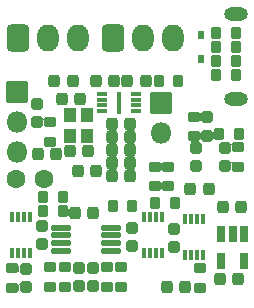
<source format=gbs>
G04 #@! TF.GenerationSoftware,KiCad,Pcbnew,(6.0.7)*
G04 #@! TF.CreationDate,2022-10-27T11:55:22+02:00*
G04 #@! TF.ProjectId,soilMoistureSensor,736f696c-4d6f-4697-9374-75726553656e,rev?*
G04 #@! TF.SameCoordinates,Original*
G04 #@! TF.FileFunction,Soldermask,Bot*
G04 #@! TF.FilePolarity,Negative*
%FSLAX46Y46*%
G04 Gerber Fmt 4.6, Leading zero omitted, Abs format (unit mm)*
G04 Created by KiCad (PCBNEW (6.0.7)) date 2022-10-27 11:55:22*
%MOMM*%
%LPD*%
G01*
G04 APERTURE LIST*
G04 Aperture macros list*
%AMRoundRect*
0 Rectangle with rounded corners*
0 $1 Rounding radius*
0 $2 $3 $4 $5 $6 $7 $8 $9 X,Y pos of 4 corners*
0 Add a 4 corners polygon primitive as box body*
4,1,4,$2,$3,$4,$5,$6,$7,$8,$9,$2,$3,0*
0 Add four circle primitives for the rounded corners*
1,1,$1+$1,$2,$3*
1,1,$1+$1,$4,$5*
1,1,$1+$1,$6,$7*
1,1,$1+$1,$8,$9*
0 Add four rect primitives between the rounded corners*
20,1,$1+$1,$2,$3,$4,$5,0*
20,1,$1+$1,$4,$5,$6,$7,0*
20,1,$1+$1,$6,$7,$8,$9,0*
20,1,$1+$1,$8,$9,$2,$3,0*%
G04 Aperture macros list end*
%ADD10O,2.000000X1.150000*%
%ADD11RoundRect,0.050000X-0.850000X-0.850000X0.850000X-0.850000X0.850000X0.850000X-0.850000X0.850000X0*%
%ADD12O,1.800000X1.800000*%
%ADD13RoundRect,0.275000X0.225000X0.250000X-0.225000X0.250000X-0.225000X-0.250000X0.225000X-0.250000X0*%
%ADD14RoundRect,0.275000X-0.225000X-0.250000X0.225000X-0.250000X0.225000X0.250000X-0.225000X0.250000X0*%
%ADD15RoundRect,0.250000X-0.275000X0.200000X-0.275000X-0.200000X0.275000X-0.200000X0.275000X0.200000X0*%
%ADD16RoundRect,0.250000X-0.200000X-0.275000X0.200000X-0.275000X0.200000X0.275000X-0.200000X0.275000X0*%
%ADD17RoundRect,0.275000X0.250000X-0.225000X0.250000X0.225000X-0.250000X0.225000X-0.250000X-0.225000X0*%
%ADD18RoundRect,0.250000X0.200000X0.275000X-0.200000X0.275000X-0.200000X-0.275000X0.200000X-0.275000X0*%
%ADD19RoundRect,0.275000X-0.250000X0.225000X-0.250000X-0.225000X0.250000X-0.225000X0.250000X0.225000X0*%
%ADD20RoundRect,0.250000X0.275000X-0.200000X0.275000X0.200000X-0.275000X0.200000X-0.275000X-0.200000X0*%
%ADD21RoundRect,0.050000X0.375000X0.150000X-0.375000X0.150000X-0.375000X-0.150000X0.375000X-0.150000X0*%
%ADD22RoundRect,0.050000X0.150000X0.850000X-0.150000X0.850000X-0.150000X-0.850000X0.150000X-0.850000X0*%
%ADD23RoundRect,0.200000X-0.150000X0.512500X-0.150000X-0.512500X0.150000X-0.512500X0.150000X0.512500X0*%
%ADD24RoundRect,0.050000X-0.225000X0.300000X-0.225000X-0.300000X0.225000X-0.300000X0.225000X0.300000X0*%
%ADD25RoundRect,0.050000X0.850000X0.850000X-0.850000X0.850000X-0.850000X-0.850000X0.850000X-0.850000X0*%
%ADD26C,1.600000*%
%ADD27RoundRect,0.050000X-0.500000X0.575000X-0.500000X-0.575000X0.500000X-0.575000X0.500000X0.575000X0*%
%ADD28RoundRect,0.300000X-0.620000X-0.845000X0.620000X-0.845000X0.620000X0.845000X-0.620000X0.845000X0*%
%ADD29O,1.840000X2.290000*%
%ADD30RoundRect,0.050000X-0.150000X-0.400000X0.150000X-0.400000X0.150000X0.400000X-0.150000X0.400000X0*%
%ADD31RoundRect,0.150000X0.712500X0.100000X-0.712500X0.100000X-0.712500X-0.100000X0.712500X-0.100000X0*%
%ADD32RoundRect,0.268750X-0.218750X-0.256250X0.218750X-0.256250X0.218750X0.256250X-0.218750X0.256250X0*%
%ADD33RoundRect,0.050000X0.150000X0.400000X-0.150000X0.400000X-0.150000X-0.400000X0.150000X-0.400000X0*%
G04 APERTURE END LIST*
D10*
X235000000Y-46475000D03*
X235000000Y-39325000D03*
D11*
X216475000Y-45875000D03*
D12*
X216475000Y-48415000D03*
X216475000Y-50955000D03*
D13*
X226050000Y-51900000D03*
X224500000Y-51900000D03*
D14*
X233625000Y-61700000D03*
X235175000Y-61700000D03*
D15*
X228150000Y-52225000D03*
X228150000Y-53875000D03*
D16*
X233315000Y-43300000D03*
X234965000Y-43300000D03*
D17*
X226146428Y-58975000D03*
X226146428Y-57425000D03*
D18*
X235225000Y-49500000D03*
X233575000Y-49500000D03*
D19*
X218600000Y-57250000D03*
X218600000Y-58800000D03*
D16*
X228450000Y-45000000D03*
X230100000Y-45000000D03*
D17*
X218100000Y-48475000D03*
X218100000Y-46925000D03*
D13*
X226050000Y-48600000D03*
X224500000Y-48600000D03*
D20*
X220475000Y-62400000D03*
X220475000Y-60750000D03*
D21*
X226525000Y-46050000D03*
X226525000Y-46550000D03*
X226525000Y-47050000D03*
X226525000Y-47550000D03*
X223625000Y-47550000D03*
X223625000Y-47050000D03*
X223625000Y-46550000D03*
X223625000Y-46050000D03*
D22*
X225075000Y-46800000D03*
D17*
X231600000Y-52175000D03*
X231600000Y-50625000D03*
D20*
X235200000Y-52225000D03*
X235200000Y-50575000D03*
D13*
X226050000Y-53000000D03*
X224500000Y-53000000D03*
D17*
X232550000Y-49600000D03*
X232550000Y-48050000D03*
D23*
X233750000Y-57962500D03*
X234700000Y-57962500D03*
X235650000Y-57962500D03*
X235650000Y-60237500D03*
X233750000Y-60237500D03*
D14*
X220900000Y-50900000D03*
X222450000Y-50900000D03*
X221600000Y-52600000D03*
X223150000Y-52600000D03*
D24*
X232000000Y-41050000D03*
X232000000Y-43150000D03*
D20*
X216046428Y-62500000D03*
X216046428Y-60850000D03*
D25*
X228650000Y-46850000D03*
D12*
X228650000Y-49390000D03*
D13*
X221150000Y-45000000D03*
X219600000Y-45000000D03*
X230675000Y-62400000D03*
X229125000Y-62400000D03*
D16*
X233325000Y-44500000D03*
X234975000Y-44500000D03*
X218675000Y-54800000D03*
X220325000Y-54800000D03*
D26*
X216400000Y-53300000D03*
D15*
X219200000Y-48475000D03*
X219200000Y-50125000D03*
D20*
X225275000Y-62400000D03*
X225275000Y-60750000D03*
D14*
X218225000Y-51200000D03*
X219775000Y-51200000D03*
X221325000Y-56175000D03*
X222875000Y-56175000D03*
D18*
X226225000Y-55600000D03*
X224575000Y-55600000D03*
D20*
X231900000Y-62475000D03*
X231900000Y-60825000D03*
D15*
X224075000Y-60750000D03*
X224075000Y-62400000D03*
D17*
X222875000Y-62350000D03*
X222875000Y-60800000D03*
D27*
X222375000Y-47850000D03*
X222375000Y-49600000D03*
X220975000Y-49600000D03*
X220975000Y-47850000D03*
D14*
X223100000Y-45000000D03*
X224650000Y-45000000D03*
D18*
X229800000Y-55300000D03*
X228150000Y-55300000D03*
D15*
X229250000Y-52225000D03*
X229250000Y-53875000D03*
D13*
X226050000Y-50800000D03*
X224500000Y-50800000D03*
D19*
X234100000Y-50625000D03*
X234100000Y-52175000D03*
X221675000Y-60800000D03*
X221675000Y-62350000D03*
D15*
X231450000Y-48000000D03*
X231450000Y-49650000D03*
D13*
X221775000Y-46500000D03*
X220225000Y-46500000D03*
D20*
X219275000Y-62400000D03*
X219275000Y-60750000D03*
D17*
X217175000Y-62450000D03*
X217175000Y-60900000D03*
D28*
X224575000Y-41320000D03*
D29*
X227115000Y-41320000D03*
X229655000Y-41320000D03*
D30*
X230696428Y-56625000D03*
X231196428Y-56625000D03*
X231696428Y-56625000D03*
X232196428Y-56625000D03*
X232196428Y-59725000D03*
X231696428Y-59725000D03*
X231196428Y-59725000D03*
X230696428Y-59725000D03*
D31*
X224387500Y-57400000D03*
X224387500Y-58050000D03*
X224387500Y-58700000D03*
X224387500Y-59350000D03*
X220162500Y-59350000D03*
X220162500Y-58700000D03*
X220162500Y-58050000D03*
X220162500Y-57400000D03*
D13*
X226050000Y-49700000D03*
X224500000Y-49700000D03*
D32*
X231112500Y-54100000D03*
X232687500Y-54100000D03*
D33*
X217550000Y-59550000D03*
X217050000Y-59550000D03*
X216550000Y-59550000D03*
X216050000Y-59550000D03*
X216050000Y-56450000D03*
X216550000Y-56450000D03*
X217050000Y-56450000D03*
X217550000Y-56450000D03*
D16*
X218675000Y-56000000D03*
X220325000Y-56000000D03*
D13*
X227350000Y-45000000D03*
X225800000Y-45000000D03*
D28*
X216575000Y-41320000D03*
D29*
X219115000Y-41320000D03*
X221655000Y-41320000D03*
D17*
X229746428Y-59050000D03*
X229746428Y-57500000D03*
D18*
X234975000Y-42100000D03*
X233325000Y-42100000D03*
D30*
X227196428Y-56453572D03*
X227696428Y-56453572D03*
X228196428Y-56453572D03*
X228696428Y-56453572D03*
X228696428Y-59553572D03*
X228196428Y-59553572D03*
X227696428Y-59553572D03*
X227196428Y-59553572D03*
D16*
X233325000Y-40900000D03*
X234975000Y-40900000D03*
D14*
X233875000Y-55650000D03*
X235425000Y-55650000D03*
D26*
X218700000Y-53300000D03*
G36*
X216668733Y-62137910D02*
G01*
X216669057Y-62139447D01*
X216652000Y-62225199D01*
X216652000Y-62674801D01*
X216669057Y-62760553D01*
X216668414Y-62762447D01*
X216666452Y-62762837D01*
X216665282Y-62761788D01*
X216657513Y-62745128D01*
X216630203Y-62720102D01*
X216593628Y-62721699D01*
X216568685Y-62748919D01*
X216567458Y-62754100D01*
X216567341Y-62754448D01*
X216558700Y-62773993D01*
X216557085Y-62775172D01*
X216555256Y-62774364D01*
X216554909Y-62772794D01*
X216569428Y-62699801D01*
X216569428Y-62300199D01*
X216554851Y-62226914D01*
X216555494Y-62225020D01*
X216557456Y-62224630D01*
X216558191Y-62225074D01*
X216585295Y-62250840D01*
X216621893Y-62249914D01*
X216647329Y-62223157D01*
X216650079Y-62212349D01*
X216657658Y-62154781D01*
X216657828Y-62154197D01*
X216665282Y-62138212D01*
X216666921Y-62137065D01*
X216668733Y-62137910D01*
G37*
G36*
X216558655Y-60575785D02*
G01*
X216568619Y-60598216D01*
X216570427Y-60598408D01*
X216570996Y-60599049D01*
X216584151Y-60622587D01*
X216619378Y-60632555D01*
X216651604Y-60614543D01*
X216657350Y-60605223D01*
X216665282Y-60588212D01*
X216666921Y-60587065D01*
X216668733Y-60587910D01*
X216669057Y-60589447D01*
X216652000Y-60675199D01*
X216652000Y-61124801D01*
X216669057Y-61210555D01*
X216668414Y-61212449D01*
X216666452Y-61212839D01*
X216665282Y-61211790D01*
X216657828Y-61195804D01*
X216657658Y-61195220D01*
X216650105Y-61137837D01*
X216631585Y-61105759D01*
X216596222Y-61096282D01*
X216564252Y-61114740D01*
X216558567Y-61124322D01*
X216556823Y-61125302D01*
X216555103Y-61124281D01*
X216554885Y-61122912D01*
X216569428Y-61049801D01*
X216569428Y-60650199D01*
X216554865Y-60576987D01*
X216555508Y-60575093D01*
X216557470Y-60574703D01*
X216558655Y-60575785D01*
G37*
G36*
X220893418Y-55751070D02*
G01*
X220893149Y-55752699D01*
X220847818Y-55820541D01*
X220827000Y-55925199D01*
X220827000Y-56424801D01*
X220827716Y-56428402D01*
X220827236Y-56429814D01*
X220828241Y-56431038D01*
X220844057Y-56510555D01*
X220843414Y-56512449D01*
X220841452Y-56512839D01*
X220840282Y-56511790D01*
X220832828Y-56495804D01*
X220832658Y-56495220D01*
X220824296Y-56431689D01*
X220824813Y-56430441D01*
X220824022Y-56429792D01*
X220805533Y-56397767D01*
X220770170Y-56388290D01*
X220738200Y-56406748D01*
X220732470Y-56416406D01*
X220732402Y-56416561D01*
X220731986Y-56417168D01*
X220717697Y-56431482D01*
X220715766Y-56432001D01*
X220714351Y-56430588D01*
X220714619Y-56428958D01*
X220754085Y-56369892D01*
X220773000Y-56274801D01*
X220773000Y-55757415D01*
X220774000Y-55755683D01*
X220776000Y-55755683D01*
X220776848Y-55756650D01*
X220791174Y-55791237D01*
X220824998Y-55805247D01*
X220859050Y-55791143D01*
X220868573Y-55777542D01*
X220873552Y-55766864D01*
X220873951Y-55766295D01*
X220890072Y-55750174D01*
X220892004Y-55749656D01*
X220893418Y-55751070D01*
G37*
G36*
X228659837Y-53590393D02*
G01*
X228682833Y-53612253D01*
X228719460Y-53611325D01*
X228740078Y-53590671D01*
X228742009Y-53590152D01*
X228743424Y-53591565D01*
X228743455Y-53592474D01*
X228727000Y-53675199D01*
X228727000Y-54074801D01*
X228743503Y-54157767D01*
X228742860Y-54159661D01*
X228740898Y-54160051D01*
X228740163Y-54159607D01*
X228717167Y-54137747D01*
X228680540Y-54138675D01*
X228659922Y-54159329D01*
X228657991Y-54159848D01*
X228656576Y-54158435D01*
X228656545Y-54157526D01*
X228673000Y-54074801D01*
X228673000Y-53675199D01*
X228656497Y-53592233D01*
X228657140Y-53590339D01*
X228659102Y-53589949D01*
X228659837Y-53590393D01*
G37*
G36*
X228659837Y-51940393D02*
G01*
X228682833Y-51962253D01*
X228719460Y-51961325D01*
X228740078Y-51940671D01*
X228742009Y-51940152D01*
X228743424Y-51941565D01*
X228743455Y-51942474D01*
X228727000Y-52025199D01*
X228727000Y-52424801D01*
X228743503Y-52507767D01*
X228742860Y-52509661D01*
X228740898Y-52510051D01*
X228740163Y-52509607D01*
X228717167Y-52487747D01*
X228680540Y-52488675D01*
X228659922Y-52509329D01*
X228657991Y-52509848D01*
X228656576Y-52508435D01*
X228656545Y-52507526D01*
X228673000Y-52424801D01*
X228673000Y-52025199D01*
X228656497Y-51942233D01*
X228657140Y-51940339D01*
X228659102Y-51939949D01*
X228659837Y-51940393D01*
G37*
G36*
X234609718Y-51863212D02*
G01*
X234617172Y-51879197D01*
X234617342Y-51879781D01*
X234618340Y-51887364D01*
X234636861Y-51919442D01*
X234672224Y-51928918D01*
X234704194Y-51910459D01*
X234709927Y-51900794D01*
X234717602Y-51883435D01*
X234718016Y-51882831D01*
X234732302Y-51868520D01*
X234734233Y-51868001D01*
X234735648Y-51869414D01*
X234735380Y-51871044D01*
X234695915Y-51930108D01*
X234677000Y-52025199D01*
X234677000Y-52424801D01*
X234692168Y-52501058D01*
X234691525Y-52502952D01*
X234689563Y-52503342D01*
X234688828Y-52502898D01*
X234662986Y-52478331D01*
X234626347Y-52479259D01*
X234607175Y-52498083D01*
X234605239Y-52498583D01*
X234603837Y-52497156D01*
X234603812Y-52496266D01*
X234623000Y-52399801D01*
X234623000Y-51950199D01*
X234605943Y-51864447D01*
X234606586Y-51862553D01*
X234608548Y-51862163D01*
X234609718Y-51863212D01*
G37*
G36*
X224817285Y-52405624D02*
G01*
X224817675Y-52407586D01*
X224817256Y-52408294D01*
X224794029Y-52433640D01*
X224795629Y-52470266D01*
X224816959Y-52491596D01*
X224817477Y-52493528D01*
X224816063Y-52494942D01*
X224815155Y-52494972D01*
X224724801Y-52477000D01*
X224275199Y-52477000D01*
X224184609Y-52495019D01*
X224182715Y-52494376D01*
X224182325Y-52492414D01*
X224182744Y-52491706D01*
X224205971Y-52466360D01*
X224204371Y-52429734D01*
X224183041Y-52408404D01*
X224182523Y-52406472D01*
X224183937Y-52405058D01*
X224184845Y-52405028D01*
X224275199Y-52423000D01*
X224724801Y-52423000D01*
X224815391Y-52404981D01*
X224817285Y-52405624D01*
G37*
G36*
X226367285Y-52405624D02*
G01*
X226367675Y-52407586D01*
X226367256Y-52408294D01*
X226344029Y-52433640D01*
X226345629Y-52470266D01*
X226366959Y-52491596D01*
X226367477Y-52493528D01*
X226366063Y-52494942D01*
X226365155Y-52494972D01*
X226274801Y-52477000D01*
X225825199Y-52477000D01*
X225734609Y-52495019D01*
X225732715Y-52494376D01*
X225732325Y-52492414D01*
X225732744Y-52491706D01*
X225755971Y-52466360D01*
X225754371Y-52429734D01*
X225733041Y-52408404D01*
X225732523Y-52406472D01*
X225733937Y-52405058D01*
X225734845Y-52405028D01*
X225825199Y-52423000D01*
X226274801Y-52423000D01*
X226365391Y-52404981D01*
X226367285Y-52405624D01*
G37*
G36*
X226367285Y-51305624D02*
G01*
X226367675Y-51307586D01*
X226367256Y-51308294D01*
X226344029Y-51333640D01*
X226345629Y-51370266D01*
X226366959Y-51391596D01*
X226367477Y-51393528D01*
X226366063Y-51394942D01*
X226365155Y-51394972D01*
X226274801Y-51377000D01*
X225825199Y-51377000D01*
X225734609Y-51395019D01*
X225732715Y-51394376D01*
X225732325Y-51392414D01*
X225732744Y-51391706D01*
X225755971Y-51366360D01*
X225754371Y-51329734D01*
X225733041Y-51308404D01*
X225732523Y-51306472D01*
X225733937Y-51305058D01*
X225734845Y-51305028D01*
X225825199Y-51323000D01*
X226274801Y-51323000D01*
X226365391Y-51304981D01*
X226367285Y-51305624D01*
G37*
G36*
X224817285Y-51305624D02*
G01*
X224817675Y-51307586D01*
X224817256Y-51308294D01*
X224794029Y-51333640D01*
X224795629Y-51370266D01*
X224816959Y-51391596D01*
X224817477Y-51393528D01*
X224816063Y-51394942D01*
X224815155Y-51394972D01*
X224724801Y-51377000D01*
X224275199Y-51377000D01*
X224184609Y-51395019D01*
X224182715Y-51394376D01*
X224182325Y-51392414D01*
X224182744Y-51391706D01*
X224205971Y-51366360D01*
X224204371Y-51329734D01*
X224183041Y-51308404D01*
X224182523Y-51306472D01*
X224183937Y-51305058D01*
X224184845Y-51305028D01*
X224275199Y-51323000D01*
X224724801Y-51323000D01*
X224815391Y-51304981D01*
X224817285Y-51305624D01*
G37*
G36*
X234692104Y-50298163D02*
G01*
X234692139Y-50299090D01*
X234677000Y-50375199D01*
X234677000Y-50774801D01*
X234695915Y-50869892D01*
X234735505Y-50929144D01*
X234735636Y-50931140D01*
X234733973Y-50932251D01*
X234732429Y-50931670D01*
X234718265Y-50917530D01*
X234717850Y-50916927D01*
X234710019Y-50899298D01*
X234683171Y-50873777D01*
X234646573Y-50874704D01*
X234621137Y-50901462D01*
X234618388Y-50912270D01*
X234617342Y-50920220D01*
X234617172Y-50920804D01*
X234609718Y-50936790D01*
X234608079Y-50937937D01*
X234606267Y-50937092D01*
X234605943Y-50935555D01*
X234623000Y-50849801D01*
X234623000Y-50400199D01*
X234603735Y-50303345D01*
X234604378Y-50301451D01*
X234606340Y-50301061D01*
X234607048Y-50301480D01*
X234629468Y-50322025D01*
X234666082Y-50320426D01*
X234688749Y-50297300D01*
X234690675Y-50296763D01*
X234692104Y-50298163D01*
G37*
G36*
X224817285Y-50205624D02*
G01*
X224817675Y-50207586D01*
X224817256Y-50208294D01*
X224794029Y-50233640D01*
X224795629Y-50270266D01*
X224816959Y-50291596D01*
X224817477Y-50293528D01*
X224816063Y-50294942D01*
X224815155Y-50294972D01*
X224724801Y-50277000D01*
X224275199Y-50277000D01*
X224184609Y-50295019D01*
X224182715Y-50294376D01*
X224182325Y-50292414D01*
X224182744Y-50291706D01*
X224205971Y-50266360D01*
X224204371Y-50229734D01*
X224183041Y-50208404D01*
X224182523Y-50206472D01*
X224183937Y-50205058D01*
X224184845Y-50205028D01*
X224275199Y-50223000D01*
X224724801Y-50223000D01*
X224815391Y-50204981D01*
X224817285Y-50205624D01*
G37*
G36*
X226367285Y-50205624D02*
G01*
X226367675Y-50207586D01*
X226367256Y-50208294D01*
X226344029Y-50233640D01*
X226345629Y-50270266D01*
X226366959Y-50291596D01*
X226367477Y-50293528D01*
X226366063Y-50294942D01*
X226365155Y-50294972D01*
X226274801Y-50277000D01*
X225825199Y-50277000D01*
X225734609Y-50295019D01*
X225732715Y-50294376D01*
X225732325Y-50292414D01*
X225732744Y-50291706D01*
X225755971Y-50266360D01*
X225754371Y-50229734D01*
X225733041Y-50208404D01*
X225732523Y-50206472D01*
X225733937Y-50205058D01*
X225734845Y-50205028D01*
X225825199Y-50223000D01*
X226274801Y-50223000D01*
X226365391Y-50204981D01*
X226367285Y-50205624D01*
G37*
G36*
X231882252Y-50041025D02*
G01*
X231881672Y-50042569D01*
X231875633Y-50048620D01*
X231861488Y-50082852D01*
X231875557Y-50116734D01*
X231903384Y-50130442D01*
X231920220Y-50132658D01*
X231920804Y-50132828D01*
X231936790Y-50140282D01*
X231937937Y-50141921D01*
X231937092Y-50143733D01*
X231935555Y-50144057D01*
X231849801Y-50127000D01*
X231350199Y-50127000D01*
X231245541Y-50147818D01*
X231177699Y-50193149D01*
X231175703Y-50193280D01*
X231174592Y-50191617D01*
X231175174Y-50190072D01*
X231183909Y-50181337D01*
X231198084Y-50147114D01*
X231184048Y-50113227D01*
X231155475Y-50099399D01*
X231119052Y-50095152D01*
X231118475Y-50094994D01*
X231101009Y-50087272D01*
X231099830Y-50085657D01*
X231100638Y-50083828D01*
X231102208Y-50083481D01*
X231175199Y-50098000D01*
X231724801Y-50098000D01*
X231819892Y-50079085D01*
X231879145Y-50039493D01*
X231881141Y-50039362D01*
X231882252Y-50041025D01*
G37*
G36*
X232043733Y-49287908D02*
G01*
X232044057Y-49289445D01*
X232027000Y-49375199D01*
X232027000Y-49824801D01*
X232046265Y-49921655D01*
X232045622Y-49923549D01*
X232043660Y-49923939D01*
X232042952Y-49923520D01*
X232020532Y-49902975D01*
X231983918Y-49904574D01*
X231961251Y-49927700D01*
X231959325Y-49928237D01*
X231957896Y-49926837D01*
X231957861Y-49925910D01*
X231973000Y-49849801D01*
X231973000Y-49450199D01*
X231954085Y-49355108D01*
X231914495Y-49295856D01*
X231914364Y-49293860D01*
X231916027Y-49292749D01*
X231917571Y-49293330D01*
X231931735Y-49307470D01*
X231932150Y-49308073D01*
X231939981Y-49325702D01*
X231966829Y-49351223D01*
X232003427Y-49350296D01*
X232028863Y-49323538D01*
X232031612Y-49312730D01*
X232032658Y-49304780D01*
X232032828Y-49304196D01*
X232040282Y-49288210D01*
X232041921Y-49287063D01*
X232043733Y-49287908D01*
G37*
G36*
X233141172Y-49150638D02*
G01*
X233141519Y-49152208D01*
X233127000Y-49225199D01*
X233127000Y-49774801D01*
X233145915Y-49869892D01*
X233157789Y-49887663D01*
X233157920Y-49889659D01*
X233156257Y-49890770D01*
X233154748Y-49890224D01*
X233130048Y-49866743D01*
X233093410Y-49867670D01*
X233069212Y-49891427D01*
X233059718Y-49911788D01*
X233058079Y-49912935D01*
X233056267Y-49912090D01*
X233055943Y-49910553D01*
X233073000Y-49824801D01*
X233073000Y-49375199D01*
X233052182Y-49270541D01*
X233006851Y-49202699D01*
X233006720Y-49200703D01*
X233008383Y-49199592D01*
X233009928Y-49200174D01*
X233026050Y-49216296D01*
X233026449Y-49216865D01*
X233032971Y-49230852D01*
X233060280Y-49255878D01*
X233096855Y-49254282D01*
X233121798Y-49227063D01*
X233124330Y-49216377D01*
X233129848Y-49169052D01*
X233130006Y-49168475D01*
X233137728Y-49151009D01*
X233139343Y-49149830D01*
X233141172Y-49150638D01*
G37*
G36*
X224817285Y-49105624D02*
G01*
X224817675Y-49107586D01*
X224817256Y-49108294D01*
X224794029Y-49133640D01*
X224795629Y-49170266D01*
X224816959Y-49191596D01*
X224817477Y-49193528D01*
X224816063Y-49194942D01*
X224815155Y-49194972D01*
X224724801Y-49177000D01*
X224275199Y-49177000D01*
X224184609Y-49195019D01*
X224182715Y-49194376D01*
X224182325Y-49192414D01*
X224182744Y-49191706D01*
X224205971Y-49166360D01*
X224204371Y-49129734D01*
X224183041Y-49108404D01*
X224182523Y-49106472D01*
X224183937Y-49105058D01*
X224184845Y-49105028D01*
X224275199Y-49123000D01*
X224724801Y-49123000D01*
X224815391Y-49104981D01*
X224817285Y-49105624D01*
G37*
G36*
X226367285Y-49105624D02*
G01*
X226367675Y-49107586D01*
X226367256Y-49108294D01*
X226344029Y-49133640D01*
X226345629Y-49170266D01*
X226366959Y-49191596D01*
X226367477Y-49193528D01*
X226366063Y-49194942D01*
X226365155Y-49194972D01*
X226274801Y-49177000D01*
X225825199Y-49177000D01*
X225734609Y-49195019D01*
X225732715Y-49194376D01*
X225732325Y-49192414D01*
X225732744Y-49191706D01*
X225755971Y-49166360D01*
X225754371Y-49129734D01*
X225733041Y-49108404D01*
X225732523Y-49106472D01*
X225733937Y-49105058D01*
X225734845Y-49105028D01*
X225825199Y-49123000D01*
X226274801Y-49123000D01*
X226365391Y-49104981D01*
X226367285Y-49105624D01*
G37*
G36*
X218609718Y-48163213D02*
G01*
X218613505Y-48171333D01*
X218640815Y-48196359D01*
X218677429Y-48194760D01*
X218692265Y-48179624D01*
X218694191Y-48179087D01*
X218695620Y-48180487D01*
X218695655Y-48181414D01*
X218677000Y-48275199D01*
X218677000Y-48674801D01*
X218695797Y-48769303D01*
X218695154Y-48771197D01*
X218693192Y-48771587D01*
X218692457Y-48771143D01*
X218674361Y-48753940D01*
X218637722Y-48754867D01*
X218613526Y-48778623D01*
X218609717Y-48786792D01*
X218608078Y-48787939D01*
X218606266Y-48787094D01*
X218605942Y-48785557D01*
X218623000Y-48699801D01*
X218623000Y-48250199D01*
X218605943Y-48164448D01*
X218606586Y-48162554D01*
X218608548Y-48162164D01*
X218609718Y-48163213D01*
G37*
G36*
X231961172Y-47722102D02*
G01*
X231987014Y-47746669D01*
X232023653Y-47745741D01*
X232042825Y-47726917D01*
X232044761Y-47726417D01*
X232046163Y-47727844D01*
X232046188Y-47728734D01*
X232027000Y-47825199D01*
X232027000Y-48274801D01*
X232044057Y-48360553D01*
X232043414Y-48362447D01*
X232041452Y-48362837D01*
X232040282Y-48361788D01*
X232032828Y-48345803D01*
X232032658Y-48345219D01*
X232031660Y-48337636D01*
X232013139Y-48305558D01*
X231977776Y-48296082D01*
X231945806Y-48314541D01*
X231940073Y-48324206D01*
X231932398Y-48341565D01*
X231931984Y-48342169D01*
X231917698Y-48356480D01*
X231915767Y-48356999D01*
X231914352Y-48355586D01*
X231914620Y-48353956D01*
X231954085Y-48294892D01*
X231973000Y-48199801D01*
X231973000Y-47800199D01*
X231957832Y-47723942D01*
X231958475Y-47722048D01*
X231960437Y-47721658D01*
X231961172Y-47722102D01*
G37*
M02*

</source>
